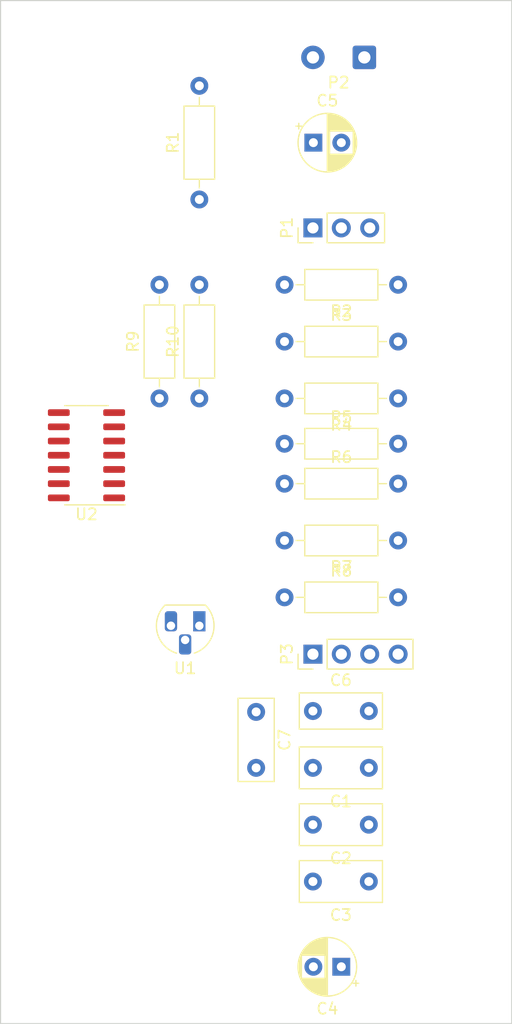
<source format=kicad_pcb>
(kicad_pcb (version 20221018) (generator pcbnew)
  (layers (0 "F.Cu" signal) (31 "B.Cu" signal) (34 "B.Paste" user) (35 "F.Paste" user) (36 "B.SilkS" user "B.Silkscreen") (37 "F.SilkS" user "F.Silkscreen") (38 "B.Mask" user) (39 "F.Mask" user) (44 "Edge.Cuts" user))
  (net 0 "")
  (net 1 "Net-(C1-Pad1)")
  (net 2 "Net-(U2A-+)")
  (net 3 "Net-(P1-Pin_1)")
  (net 4 "GND")
  (net 5 "Net-(U2A--)")
  (net 6 "Net-(P1-Pin_3)")
  (net 7 "Net-(P3-Pin_2)")
  (net 8 "Net-(P3-Pin_3)")
  (net 9 "Net-(U2C-+)")
  (net 10 "Net-(U2B-+)")
  (footprint "Package_TO_SOT_THT:TO-92L_HandSolder" (layer "F.Cu") (at 152.4 106.68 180)
    (fp_text reference "U1" (at 1.27 -3.8) (layer "F.SilkS"))
    (fp_text value "L78L05_TO92")
    (fp_line (start -0.53 1.85) (end 3.07 1.85) (stroke (width 0.12)) (layer "F.SilkS"))
    (fp_arc (start -0.541453 1.842156) (mid -1.247298 -0.581475) (end 0.45 -2.45) (stroke (width 0.12)) (layer "F.SilkS"))
    (fp_arc (start 2.05 -2.45) (mid 3.769931 -0.601036) (end 3.078445 1.827684) (stroke (width 0.12)) (layer "F.SilkS"))
    (pad "1" thru_hole rect (at 0 0 180) (size 1.1 1.8) (drill 0.75 (offset 0 0.4)) (layers "*.Cu" "*.Mask") (net 3 "Net-(P1-Pin_1)"))
    (pad "2" thru_hole roundrect (at 1.27 -1.27 180) (size 1.1 1.8) (drill 0.75 (offset 0 -0.4)) (layers "*.Cu" "*.Mask") (net 4 "GND"))
    (pad "3" thru_hole roundrect (at 2.54 0 180) (size 1.1 1.8) (drill 0.75 (offset 0 0.4)) (layers "*.Cu" "*.Mask") (net 3 "Net-(P1-Pin_1)"))
  )
  (footprint "Resistor_THT:R_Axial_DIN0207_L6.3mm_D2.5mm_P10.16mm_Horizontal" (layer "F.Cu") (at 152.4 86.36 90)
    (fp_text reference "R10" (at 5.08 -2.37 90) (layer "F.SilkS"))
    (fp_text value "2.4k 1/4W")
    (fp_line (start 1.04 0) (end 1.81 0) (stroke (width 0.12)) (layer "F.SilkS"))
    (fp_line (start 1.81 -1.37) (end 1.81 1.37) (stroke (width 0.12)) (layer "F.SilkS"))
    (fp_line (start 1.81 1.37) (end 8.35 1.37) (stroke (width 0.12)) (layer "F.SilkS"))
    (fp_line (start 8.35 -1.37) (end 1.81 -1.37) (stroke (width 0.12)) (layer "F.SilkS"))
    (fp_line (start 8.35 1.37) (end 8.35 -1.37) (stroke (width 0.12)) (layer "F.SilkS"))
    (fp_line (start 9.12 0) (end 8.35 0) (stroke (width 0.12)) (layer "F.SilkS"))
    (pad "1" thru_hole circle (at 0 0 90) (size 1.6 1.6) (drill 0.8) (layers "*.Cu" "*.Mask") (net 8 "Net-(P3-Pin_3)"))
    (pad "2" thru_hole oval (at 10.16 0 90) (size 1.6 1.6) (drill 0.8) (layers "*.Cu" "*.Mask") (net 3 "Net-(P1-Pin_1)"))
  )
  (footprint "Resistor_THT:R_Axial_DIN0207_L6.3mm_D2.5mm_P10.16mm_Horizontal" (layer "F.Cu") (at 160.02 90.41)
    (fp_text reference "R5" (at 5.08 -2.37) (layer "F.SilkS"))
    (fp_text value "82k 1/4W")
    (fp_line (start 1.04 0) (end 1.81 0) (stroke (width 0.12)) (layer "F.SilkS"))
    (fp_line (start 1.81 -1.37) (end 1.81 1.37) (stroke (width 0.12)) (layer "F.SilkS"))
    (fp_line (start 1.81 1.37) (end 8.35 1.37) (stroke (width 0.12)) (layer "F.SilkS"))
    (fp_line (start 8.35 -1.37) (end 1.81 -1.37) (stroke (width 0.12)) (layer "F.SilkS"))
    (fp_line (start 8.35 1.37) (end 8.35 -1.37) (stroke (width 0.12)) (layer "F.SilkS"))
    (fp_line (start 9.12 0) (end 8.35 0) (stroke (width 0.12)) (layer "F.SilkS"))
    (pad "1" thru_hole circle (at 0 0) (size 1.6 1.6) (drill 0.8) (layers "*.Cu" "*.Mask") (net 4 "GND"))
    (pad "2" thru_hole oval (at 10.16 0) (size 1.6 1.6) (drill 0.8) (layers "*.Cu" "*.Mask") (net 2 "Net-(U2A-+)"))
  )
  (footprint "Resistor_THT:R_Axial_DIN0207_L6.3mm_D2.5mm_P10.16mm_Horizontal" (layer "F.Cu") (at 170.18 86.36 180)
    (fp_text reference "R4" (at 5.08 -2.37) (layer "F.SilkS"))
    (fp_text value "82k 1/4W")
    (fp_line (start 1.04 0) (end 1.81 0) (stroke (width 0.12)) (layer "F.SilkS"))
    (fp_line (start 1.81 -1.37) (end 1.81 1.37) (stroke (width 0.12)) (layer "F.SilkS"))
    (fp_line (start 1.81 1.37) (end 8.35 1.37) (stroke (width 0.12)) (layer "F.SilkS"))
    (fp_line (start 8.35 -1.37) (end 1.81 -1.37) (stroke (width 0.12)) (layer "F.SilkS"))
    (fp_line (start 8.35 1.37) (end 8.35 -1.37) (stroke (width 0.12)) (layer "F.SilkS"))
    (fp_line (start 9.12 0) (end 8.35 0) (stroke (width 0.12)) (layer "F.SilkS"))
    (pad "1" thru_hole circle (at 0 0 180) (size 1.6 1.6) (drill 0.8) (layers "*.Cu" "*.Mask") (net 2 "Net-(U2A-+)"))
    (pad "2" thru_hole oval (at 10.16 0 180) (size 1.6 1.6) (drill 0.8) (layers "*.Cu" "*.Mask") (net 3 "Net-(P1-Pin_1)"))
  )
  (footprint "Connector_PinHeader_2.54mm:PinHeader_1x04_P2.54mm_Vertical" (layer "F.Cu") (at 162.56 109.22 90)
    (fp_text reference "P3" (at 0 -2.33 90) (layer "F.SilkS"))
    (fp_text value "Conn_01x04")
    (fp_line (start -1.33 -1.33) (end 0 -1.33) (stroke (width 0.12)) (layer "F.SilkS"))
    (fp_line (start -1.33 0) (end -1.33 -1.33) (stroke (width 0.12)) (layer "F.SilkS"))
    (fp_line (start -1.33 1.27) (end -1.33 8.95) (stroke (width 0.12)) (layer "F.SilkS"))
    (fp_line (start -1.33 1.27) (end 1.33 1.27) (stroke (width 0.12)) (layer "F.SilkS"))
    (fp_line (start -1.33 8.95) (end 1.33 8.95) (stroke (width 0.12)) (layer "F.SilkS"))
    (fp_line (start 1.33 1.27) (end 1.33 8.95) (stroke (width 0.12)) (layer "F.SilkS"))
    (pad "1" thru_hole rect (at 0 0 90) (size 1.7 1.7) (drill 1) (layers "*.Cu" "*.Mask") (net 3 "Net-(P1-Pin_1)"))
    (pad "2" thru_hole oval (at 0 2.54 90) (size 1.7 1.7) (drill 1) (layers "*.Cu" "*.Mask") (net 7 "Net-(P3-Pin_2)"))
    (pad "3" thru_hole oval (at 0 5.08 90) (size 1.7 1.7) (drill 1) (layers "*.Cu" "*.Mask") (net 8 "Net-(P3-Pin_3)"))
    (pad "4" thru_hole oval (at 0 7.62 90) (size 1.7 1.7) (drill 1) (layers "*.Cu" "*.Mask") (net 4 "GND"))
  )
  (footprint "Capacitor_THT:C_Rect_L7.2mm_W3.5mm_P5.00mm_FKS2_FKP2_MKS2_MKP2" (layer "F.Cu") (at 167.56 129.54 180)
    (fp_text reference "C3" (at 2.5 -3) (layer "F.SilkS"))
    (fp_text value "1uF 25V")
    (fp_line (start -1.22 -1.87) (end -1.22 1.87) (stroke (width 0.12)) (layer "F.SilkS"))
    (fp_line (start -1.22 -1.87) (end 6.22 -1.87) (stroke (width 0.12)) (layer "F.SilkS"))
    (fp_line (start -1.22 1.87) (end 6.22 1.87) (stroke (width 0.12)) (layer "F.SilkS"))
    (fp_line (start 6.22 -1.87) (end 6.22 1.87) (stroke (width 0.12)) (layer "F.SilkS"))
    (pad "1" thru_hole circle (at 0 0 180) (size 1.6 1.6) (drill 0.8) (layers "*.Cu" "*.Mask") (net 1 "Net-(C1-Pad1)"))
    (pad "2" thru_hole circle (at 5 0 180) (size 1.6 1.6) (drill 0.8) (layers "*.Cu" "*.Mask") (net 2 "Net-(U2A-+)"))
  )
  (footprint "Resistor_THT:R_Axial_DIN0207_L6.3mm_D2.5mm_P10.16mm_Horizontal" (layer "F.Cu") (at 148.83 86.36 90)
    (fp_text reference "R9" (at 5.08 -2.37 90) (layer "F.SilkS"))
    (fp_text value "2.4k 1/4W")
    (fp_line (start 1.04 0) (end 1.81 0) (stroke (width 0.12)) (layer "F.SilkS"))
    (fp_line (start 1.81 -1.37) (end 1.81 1.37) (stroke (width 0.12)) (layer "F.SilkS"))
    (fp_line (start 1.81 1.37) (end 8.35 1.37) (stroke (width 0.12)) (layer "F.SilkS"))
    (fp_line (start 8.35 -1.37) (end 1.81 -1.37) (stroke (width 0.12)) (layer "F.SilkS"))
    (fp_line (start 8.35 1.37) (end 8.35 -1.37) (stroke (width 0.12)) (layer "F.SilkS"))
    (fp_line (start 9.12 0) (end 8.35 0) (stroke (width 0.12)) (layer "F.SilkS"))
    (pad "1" thru_hole circle (at 0 0 90) (size 1.6 1.6) (drill 0.8) (layers "*.Cu" "*.Mask") (net 7 "Net-(P3-Pin_2)"))
    (pad "2" thru_hole oval (at 10.16 0 90) (size 1.6 1.6) (drill 0.8) (layers "*.Cu" "*.Mask") (net 3 "Net-(P1-Pin_1)"))
  )
  (footprint "Connector_Wire:SolderWire-0.5sqmm_1x02_P4.6mm_D0.9mm_OD2.1mm" (layer "F.Cu") (at 167.16 55.88 180)
    (fp_text reference "P2" (at 2.3 -2.25) (layer "F.SilkS"))
    (fp_text value "Conn_01x02")
    (pad "1" thru_hole roundrect (at 0 0 180) (size 2.1 2.1) (drill 1.1) (layers "*.Cu" "*.Mask") (roundrect_rratio 0.119048) (net 3 "Net-(P1-Pin_1)"))
    (pad "2" thru_hole circle (at 4.6 0 180) (size 2.1 2.1) (drill 1.1) (layers "*.Cu" "*.Mask") (net 4 "GND"))
  )
  (footprint "Capacitor_THT:C_Rect_L7.2mm_W3.0mm_P5.00mm_FKS2_FKP2_MKS2_MKP2" (layer "F.Cu") (at 162.56 114.3)
    (fp_text reference "C6" (at 2.5 -2.75) (layer "F.SilkS"))
    (fp_text value "0.1uF 25V")
    (fp_line (start -1.22 -1.62) (end -1.22 1.62) (stroke (width 0.12)) (layer "F.SilkS"))
    (fp_line (start -1.22 -1.62) (end 6.22 -1.62) (stroke (width 0.12)) (layer "F.SilkS"))
    (fp_line (start -1.22 1.62) (end 6.22 1.62) (stroke (width 0.12)) (layer "F.SilkS"))
    (fp_line (start 6.22 -1.62) (end 6.22 1.62) (stroke (width 0.12)) (layer "F.SilkS"))
    (pad "1" thru_hole circle (at 0 0) (size 1.6 1.6) (drill 0.8) (layers "*.Cu" "*.Mask") (net 3 "Net-(P1-Pin_1)"))
    (pad "2" thru_hole circle (at 5 0) (size 1.6 1.6) (drill 0.8) (layers "*.Cu" "*.Mask") (net 4 "GND"))
  )
  (footprint "Resistor_THT:R_Axial_DIN0207_L6.3mm_D2.5mm_P10.16mm_Horizontal" (layer "F.Cu") (at 152.4 68.58 90)
    (fp_text reference "R1" (at 5.08 -2.37 90) (layer "F.SilkS"))
    (fp_text value "9.1k 1/4W")
    (fp_line (start 1.04 0) (end 1.81 0) (stroke (width 0.12)) (layer "F.SilkS"))
    (fp_line (start 1.81 -1.37) (end 1.81 1.37) (stroke (width 0.12)) (layer "F.SilkS"))
    (fp_line (start 1.81 1.37) (end 8.35 1.37) (stroke (width 0.12)) (layer "F.SilkS"))
    (fp_line (start 8.35 -1.37) (end 1.81 -1.37) (stroke (width 0.12)) (layer "F.SilkS"))
    (fp_line (start 8.35 1.37) (end 8.35 -1.37) (stroke (width 0.12)) (layer "F.SilkS"))
    (fp_line (start 9.12 0) (end 8.35 0) (stroke (width 0.12)) (layer "F.SilkS"))
    (pad "1" thru_hole circle (at 0 0 90) (size 1.6 1.6) (drill 0.8) (layers "*.Cu" "*.Mask") (net 9 "Net-(U2C-+)"))
    (pad "2" thru_hole oval (at 10.16 0 90) (size 1.6 1.6) (drill 0.8) (layers "*.Cu" "*.Mask") (net 3 "Net-(P1-Pin_1)"))
  )
  (footprint "Capacitor_THT:CP_Radial_D5.0mm_P2.50mm" (layer "F.Cu") (at 162.6 63.5)
    (fp_text reference "C5" (at 1.25 -3.75) (layer "F.SilkS"))
    (fp_text value "47uF 16V")
    (fp_line (start -1.554775 -1.475) (end -1.054775 -1.475) (stroke (width 0.12)) (layer "F.SilkS"))
    (fp_line (start -1.304775 -1.725) (end -1.304775 -1.225) (stroke (width 0.12)) (layer "F.SilkS"))
    (fp_line (start 1.25 -2.58) (end 1.25 2.58) (stroke (width 0.12)) (layer "F.SilkS"))
    (fp_line (start 1.29 -2.58) (end 1.29 2.58) (stroke (width 0.12)) (layer "F.SilkS"))
    (fp_line (start 1.33 -2.579) (end 1.33 2.579) (stroke (width 0.12)) (layer "F.SilkS"))
    (fp_line (start 1.37 -2.578) (end 1.37 2.578) (stroke (width 0.12)) (layer "F.SilkS"))
    (fp_line (start 1.41 -2.576) (end 1.41 2.576) (stroke (width 0.12)) (layer "F.SilkS"))
    (fp_line (start 1.45 -2.573) (end 1.45 2.573) (stroke (width 0.12)) (layer "F.SilkS"))
    (fp_line (start 1.49 -2.569) (end 1.49 -1.04) (stroke (width 0.12)) (layer "F.SilkS"))
    (fp_line (start 1.49 1.04) (end 1.49 2.569) (stroke (width 0.12)) (layer "F.SilkS"))
    (fp_line (start 1.53 -2.565) (end 1.53 -1.04) (stroke (width 0.12)) (layer "F.SilkS"))
    (fp_line (start 1.53 1.04) (end 1.53 2.565) (stroke (width 0.12)) (layer "F.SilkS"))
    (fp_line (start 1.57 -2.561) (end 1.57 -1.04) (stroke (width 0.12)) (layer "F.SilkS"))
    (fp_line (start 1.57 1.04) (end 1.57 2.561) (stroke (width 0.12)) (layer "F.SilkS"))
    (fp_line (start 1.61 -2.556) (end 1.61 -1.04) (stroke (width 0.12)) (layer "F.SilkS"))
    (fp_line (start 1.61 1.04) (end 1.61 2.556) (stroke (width 0.12)) (layer "F.SilkS"))
    (fp_line (start 1.65 -2.55) (end 1.65 -1.04) (stroke (width 0.12)) (layer "F.SilkS"))
    (fp_line (start 1.65 1.04) (end 1.65 2.55) (stroke (width 0.12)) (layer "F.SilkS"))
    (fp_line (start 1.69 -2.543) (end 1.69 -1.04) (stroke (width 0.12)) (layer "F.SilkS"))
    (fp_line (start 1.69 1.04) (end 1.69 2.543) (stroke (width 0.12)) (layer "F.SilkS"))
    (fp_line (start 1.73 -2.536) (end 1.73 -1.04) (stroke (width 0.12)) (layer "F.SilkS"))
    (fp_line (start 1.73 1.04) (end 1.73 2.536) (stroke (width 0.12)) (layer "F.SilkS"))
    (fp_line (start 1.77 -2.528) (end 1.77 -1.04) (stroke (width 0.12)) (layer "F.SilkS"))
    (fp_line (start 1.77 1.04) (end 1.77 2.528) (stroke (width 0.12)) (layer "F.SilkS"))
    (fp_line (start 1.81 -2.52) (end 1.81 -1.04) (stroke (width 0.12)) (layer "F.SilkS"))
    (fp_line (start 1.81 1.04) (end 1.81 2.52) (stroke (width 0.12)) (layer "F.SilkS"))
    (fp_line (start 1.85 -2.511) (end 1.85 -1.04) (stroke (width 0.12)) (layer "F.SilkS"))
    (fp_line (start 1.85 1.04) (end 1.85 2.511) (stroke (width 0.12)) (layer "F.SilkS"))
    (fp_line (start 1.89 -2.501) (end 1.89 -1.04) (stroke (width 0.12)) (layer "F.SilkS"))
    (fp_line (start 1.89 1.04) (end 1.89 2.501) (stroke (width 0.12)) (layer "F.SilkS"))
    (fp_line (start 1.93 -2.491) (end 1.93 -1.04) (stroke (width 0.12)) (layer "F.SilkS"))
    (fp_line (start 1.93 1.04) (end 1.93 2.491) (stroke (width 0.12)) (layer "F.SilkS"))
    (fp_line (start 1.971 -2.48) (end 1.971 -1.04) (stroke (width 0.12)) (layer "F.SilkS"))
    (fp_line (start 1.971 1.04) (end 1.971 2.48) (stroke (width 0.12)) (layer "F.SilkS"))
    (fp_line (start 2.011 -2.468) (end 2.011 -1.04) (stroke (width 0.12)) (layer "F.SilkS"))
    (fp_line (start 2.011 1.04) (end 2.011 2.468) (stroke (width 0.12)) (layer "F.SilkS"))
    (fp_line (start 2.051 -2.455) (end 2.051 -1.04) (stroke (width 0.12)) (layer "F.SilkS"))
    (fp_line (start 2.051 1.04) (end 2.051 2.455) (stroke (width 0.12)) (layer "F.SilkS"))
    (fp_line (start 2.091 -2.442) (end 2.091 -1.04) (stroke (width 0.12)) (layer "F.SilkS"))
    (fp_line (start 2.091 1.04) (end 2.091 2.442) (stroke (width 0.12)) (layer "F.SilkS"))
    (fp_line (start 2.131 -2.428) (end 2.131 -1.04) (stroke (width 0.12)) (layer "F.SilkS"))
    (fp_line (start 2.131 1.04) (end 2.131 2.428) (stroke (width 0.12)) (layer "F.SilkS"))
    (fp_line (start 2.171 -2.414) (end 2.171 -1.04) (stroke (width 0.12)) (layer "F.SilkS"))
    (fp_line (start 2.171 1.04) (end 2.171 2.414) (stroke (width 0.12)) (layer "F.SilkS"))
    (fp_line (start 2.211 -2.398) (end 2.211 -1.04) (stroke (width 0.12)) (layer "F.SilkS"))
    (fp_line (start 2.211 1.04) (end 2.211 2.398) (stroke (width 0.12)) (layer "F.SilkS"))
    (fp_line (start 2.251 -2.382) (end 2.251 -1.04) (stroke (width 0.12)) (layer "F.SilkS"))
    (fp_line (start 2.251 1.04) (end 2.251 2.382) (stroke (width 0.12)) (layer "F.SilkS"))
    (fp_line (start 2.291 -2.365) (end 2.291 -1.04) (stroke (width 0.12)) (layer "F.SilkS"))
    (fp_line (start 2.291 1.04) (end 2.291 2.365) (stroke (width 0.12)) (layer "F.SilkS"))
    (fp_line (start 2.331 -2.348) (end 2.331 -1.04) (stroke (width 0.12)) (layer "F.SilkS"))
    (fp_line (start 2.331 1.04) (end 2.331 2.348) (stroke (width 0.12)) (layer "F.SilkS"))
    (fp_line (start 2.371 -2.329) (end 2.371 -1.04) (stroke (width 0.12)) (layer "F.SilkS"))
    (fp_line (start 2.371 1.04) (end 2.371 2.329) (stroke (width 0.12)) (layer "F.SilkS"))
    (fp_line (start 2.411 -2.31) (end 2.411 -1.04) (stroke (width 0.12)) (layer "F.SilkS"))
    (fp_line (start 2.411 1.04) (end 2.411 2.31) (stroke (width 0.12)) (layer "F.SilkS"))
    (fp_line (start 2.451 -2.29) (end 2.451 -1.04) (stroke (width 0.12)) (layer "F.SilkS"))
    (fp_line (start 2.451 1.04) (end 2.451 2.29) (stroke (width 0.12)) (layer "F.SilkS"))
    (fp_line (start 2.491 -2.268) (end 2.491 -1.04) (stroke (width 0.12)) (layer "F.SilkS"))
    (fp_line (start 2.491 1.04) (end 2.491 2.268) (stroke (width 0.12)) (layer "F.SilkS"))
    (fp_line (start 2.531 -2.247) (end 2.531 -1.04) (stroke (width 0.12)) (layer "F.SilkS"))
    (fp_line (start 2.531 1.04) (end 2.531 2.247) (stroke (width 0.12)) (layer "F.SilkS"))
    (fp_line (start 2.571 -2.224) (end 2.571 -1.04) (stroke (width 0.12)) (layer "F.SilkS"))
    (fp_line (start 2.571 1.04) (end 2.571 2.224) (stroke (width 0.12)) (layer "F.SilkS"))
    (fp_line (start 2.611 -2.2) (end 2.611 -1.04) (stroke (width 0.12)) (layer "F.SilkS"))
    (fp_line (start 2.611 1.04) (end 2.611 2.2) (stroke (width 0.12)) (layer "F.SilkS"))
    (fp_line (start 2.651 -2.175) (end 2.651 -1.04) (stroke (width 0.12)) (layer "F.SilkS"))
    (fp_line (start 2.651 1.04) (end 2.651 2.175) (stroke (width 0.12)) (layer "F.SilkS"))
    (fp_line (start 2.691 -2.149) (end 2.691 -1.04) (stroke (width 0.12)) (layer "F.SilkS"))
    (fp_line (start 2.691 1.04) (end 2.691 2.149) (stroke (width 0.12)) (layer "F.SilkS"))
    (fp_line (start 2.731 -2.122) (end 2.731 -1.04) (stroke (width 0.12)) (layer "F.SilkS"))
    (fp_line (start 2.731 1.04) (end 2.731 2.122) (stroke (width 0.12)) (layer "F.SilkS"))
    (fp_line (start 2.771 -2.095) (end 2.771 -1.04) (stroke (width 0.12)) (layer "F.SilkS"))
    (fp_line (start 2.771 1.04) (end 2.771 2.095) (stroke (width 0.12)) (layer "F.SilkS"))
    (fp_line (start 2.811 -2.065) (end 2.811 -1.04) (stroke (width 0.12)) (layer "F.SilkS"))
    (fp_line (start 2.811 1.04) (end 2.811 2.065) (stroke (width 0.12)) (layer "F.SilkS"))
    (fp_line (start 2.851 -2.035) (end 2.851 -1.04) (stroke (width 0.12)) (layer "F.SilkS"))
    (fp_line (start 2.851 1.04) (end 2.851 2.035) (stroke (width 0.12)) (layer "F.SilkS"))
    (fp_line (start 2.891 -2.004) (end 2.891 -1.04) (stroke (width 0.12)) (layer "F.SilkS"))
    (fp_line (start 2.891 1.04) (end 2.891 2.004) (stroke (width 0.12)) (layer "F.SilkS"))
    (fp_line (start 2.931 -1.971) (end 2.931 -1.04) (stroke (width 0.12)) (layer "F.SilkS"))
    (fp_line (start 2.931 1.04) (end 2.931 1.971) (stroke (width 0.12)) (layer "F.SilkS"))
    (fp_line (start 2.971 -1.937) (end 2.971 -1.04) (stroke (width 0.12)) (layer "F.SilkS"))
    (fp_line (start 2.971 1.04) (end 2.971 1.937) (stroke (width 0.12)) (layer "F.SilkS"))
    (fp_line (start 3.011 -1.901) (end 3.011 -1.04) (stroke (width 0.12)) (layer "F.SilkS"))
    (fp_line (start 3.011 1.04) (end 3.011 1.901) (stroke (width 0.12)) (layer "F.SilkS"))
    (fp_line (start 3.051 -1.864) (end 3.051 -1.04) (stroke (width 0.12)) (layer "F.SilkS"))
    (fp_line (start 3.051 1.04) (end 3.051 1.864) (stroke (width 0.12)) (layer "F.SilkS"))
    (fp_line (start 3.091 -1.826) (end 3.091 -1.04) (stroke (width 0.12)) (layer "F.SilkS"))
    (fp_line (start 3.091 1.04) (end 3.091 1.826) (stroke (width 0.12)) (layer "F.SilkS"))
    (fp_line (start 3.131 -1.785) (end 3.131 -1.04) (stroke (width 0.12)) (layer "F.SilkS"))
    (fp_line (start 3.131 1.04) (end 3.131 1.785) (stroke (width 0.12)) (layer "F.SilkS"))
    (fp_line (start 3.171 -1.743) (end 3.171 -1.04) (stroke (width 0.12)) (layer "F.SilkS"))
    (fp_line (start 3.171 1.04) (end 3.171 1.743) (stroke (width 0.12)) (layer "F.SilkS"))
    (fp_line (start 3.211 -1.699) (end 3.211 -1.04) (stroke (width 0.12)) (layer "F.SilkS"))
    (fp_line (start 3.211 1.04) (end 3.211 1.699) (stroke (width 0.12)) (layer "F.SilkS"))
    (fp_line (start 3.251 -1.653) (end 3.251 -1.04) (stroke (width 0.12)) (layer "F.SilkS"))
    (fp_line (start 3.251 1.04) (end 3.251 1.653) (stroke (width 0.12)) (layer "F.SilkS"))
    (fp_line (start 3.291 -1.605) (end 3.291 -1.04) (stroke (width 0.12)) (layer "F.SilkS"))
    (fp_line (start 3.291 1.04) (end 3.291 1.605) (stroke (width 0.12)) (layer "F.SilkS"))
    (fp_line (start 3.331 -1.554) (end 3.331 -1.04) (stroke (width 0.12)) (layer "F.SilkS"))
    (fp_line (start 3.331 1.04) (end 3.331 1.554) (stroke (width 0.12)) (layer "F.SilkS"))
    (fp_line (start 3.371 -1.5) (end 3.371 -1.04) (stroke (width 0.12)) (layer "F.SilkS"))
    (fp_line (start 3.371 1.04) (end 3.371 1.5) (stroke (width 0.12)) (layer "F.SilkS"))
    (fp_line (start 3.411 -1.443) (end 3.411 -1.04) (stroke (width 0.12)) (layer "F.SilkS"))
    (fp_line (start 3.411 1.04) (end 3.411 1.443) (stroke (width 0.12)) (layer "F.SilkS"))
    (fp_line (start 3.451 -1.383) (end 3.451 -1.04) (stroke (width 0.12)) (layer "F.SilkS"))
    (fp_line (start 3.451 1.04) (end 3.451 1.383) (stroke (width 0.12)) (layer "F.SilkS"))
    (fp_line (start 3.491 -1.319) (end 3.491 -1.04) (stroke (width 0.12)) (layer "F.SilkS"))
    (fp_line (start 3.491 1.04) (end 3.491 1.319) (stroke (width 0.12)) (layer "F.SilkS"))
    (fp_line (start 3.531 -1.251) (end 3.531 -1.04) (stroke (width 0.12)) (layer "F.SilkS"))
    (fp_line (start 3.531 1.04) (end 3.531 1.251) (stroke (width 0.12)) (layer "F.SilkS"))
    (fp_line (start 3.571 -1.178) (end 3.571 1.178) (stroke (width 0.12)) (layer "F.SilkS"))
    (fp_line (start 3.611 -1.098) (end 3.611 1.098) (stroke (width 0.12)) (layer "F.SilkS"))
    (fp_line (start 3.651 -1.011) (end 3.651 1.011) (stroke (width 0.12)) (layer "F.SilkS"))
    (fp_line (start 3.691 -0.915) (end 3.691 0.915) (stroke (width 0.12)) (layer "F.SilkS"))
    (fp_line (start 3.731 -0.805) (end 3.731 0.805) (stroke (width 0.12)) (layer "F.SilkS"))
    (fp_line (start 3.771 -0.677) (end 3.771 0.677) (stroke (width 0.12)) (layer "F.SilkS"))
    (fp_line (start 3.811 -0.518) (end 3.811 0.518) (stroke (width 0.12)) (layer "F.SilkS"))
    (fp_line (start 3.851 -0.284) (end 3.851 0.284) (stroke (width 0.12)) (layer "F.SilkS"))
    (fp_circle (center 1.25 0) (end 3.87 0) (stroke (width 0.12)) (fill none) (layer "F.SilkS"))
    (pad "1" thru_hole rect (at 0 0) (size 1.6 1.6) (drill 0.8) (layers "*.Cu" "*.Mask") (net 3 "Net-(P1-Pin_1)"))
    (pad "2" thru_hole circle (at 2.5 0) (size 1.6 1.6) (drill 0.8) (layers "*.Cu" "*.Mask") (net 4 "GND"))
  )
  (footprint "Capacitor_THT:C_Rect_L7.2mm_W3.5mm_P5.00mm_FKS2_FKP2_MKS2_MKP2" (layer "F.Cu") (at 167.56 119.38 180)
    (fp_text reference "C1" (at 2.5 -3) (layer "F.SilkS"))
    (fp_text value "1uF 25V")
    (fp_line (start -1.22 -1.87) (end -1.22 1.87) (stroke (width 0.12)) (layer "F.SilkS"))
    (fp_line (start -1.22 -1.87) (end 6.22 -1.87) (stroke (width 0.12)) (layer "F.SilkS"))
    (fp_line (start -1.22 1.87) (end 6.22 1.87) (stroke (width 0.12)) (layer "F.SilkS"))
    (fp_line (start 6.22 -1.87) (end 6.22 1.87) (stroke (width 0.12)) (layer "F.SilkS"))
    (pad "1" thru_hole circle (at 0 0 180) (size 1.6 1.6) (drill 0.8) (layers "*.Cu" "*.Mask") (net 1 "Net-(C1-Pad1)"))
    (pad "2" thru_hole circle (at 5 0 180) (size 1.6 1.6) (drill 0.8) (layers "*.Cu" "*.Mask") (net 2 "Net-(U2A-+)"))
  )
  (footprint "Capacitor_THT:C_Rect_L7.2mm_W3.0mm_P5.00mm_FKS2_FKP2_MKS2_MKP2" (layer "F.Cu") (at 157.48 114.38 -90)
    (fp_text reference "C7" (at 2.5 -2.54 90) (layer "F.SilkS"))
    (fp_text value "0.1uF 25V")
    (fp_line (start -1.22 -1.62) (end -1.22 1.62) (stroke (width 0.12)) (layer "F.SilkS"))
    (fp_line (start -1.22 -1.62) (end 6.22 -1.62) (stroke (width 0.12)) (layer "F.SilkS"))
    (fp_line (start -1.22 1.62) (end 6.22 1.62) (stroke (width 0.12)) (layer "F.SilkS"))
    (fp_line (start 6.22 -1.62) (end 6.22 1.62) (stroke (width 0.12)) (layer "F.SilkS"))
    (pad "1" thru_hole circle (at 0 0 270) (size 1.6 1.6) (drill 0.8) (layers "*.Cu" "*.Mask") (net 5 "Net-(U2A--)"))
    (pad "2" thru_hole circle (at 5 0 270) (size 1.6 1.6) (drill 0.8) (layers "*.Cu" "*.Mask") (net 4 "GND"))
  )
  (footprint "Resistor_THT:R_Axial_DIN0207_L6.3mm_D2.5mm_P10.16mm_Horizontal" (layer "F.Cu") (at 160.02 93.98)
    (fp_text reference "R6" (at 5.08 -2.37) (layer "F.SilkS"))
    (fp_text value "47k 1/4W")
    (fp_line (start 1.04 0) (end 1.81 0) (stroke (width 0.12)) (layer "F.SilkS"))
    (fp_line (start 1.81 -1.37) (end 1.81 1.37) (stroke (width 0.12)) (layer "F.SilkS"))
    (fp_line (start 1.81 1.37) (end 8.35 1.37) (stroke (width 0.12)) (layer "F.SilkS"))
    (fp_line (start 8.35 -1.37) (end 1.81 -1.37) (stroke (width 0.12)) (layer "F.SilkS"))
    (fp_line (start 8.35 1.37) (end 8.35 -1.37) (stroke (width 0.12)) (layer "F.SilkS"))
    (fp_line (start 9.12 0) (end 8.35 0) (stroke (width 0.12)) (layer "F.SilkS"))
    (pad "1" thru_hole circle (at 0 0) (size 1.6 1.6) (drill 0.8) (layers "*.Cu" "*.Mask") (net 5 "Net-(U2A--)"))
    (pad "2" thru_hole oval (at 10.16 0) (size 1.6 1.6) (drill 0.8) (layers "*.Cu" "*.Mask") (net 3 "Net-(P1-Pin_1)"))
  )
  (footprint "Package_SO:SOIC-14_3.9x8.7mm_P1.27mm" (layer "F.Cu") (at 142.305 91.44 180)
    (fp_text reference "U2" (at 0 -5.28) (layer "F.SilkS"))
    (fp_text value "LM339")
    (fp_line (start 0 -4.435) (end -3.45 -4.435) (stroke (width 0.12)) (layer "F.SilkS"))
    (fp_line (start 0 -4.435) (end 1.95 -4.435) (stroke (width 0.12)) (layer "F.SilkS"))
    (fp_line (start 0 4.435) (end -1.95 4.435) (stroke (width 0.12)) (layer "F.SilkS"))
    (fp_line (start 0 4.435) (end 1.95 4.435) (stroke (width 0.12)) (layer "F.SilkS"))
    (pad "1" smd roundrect (at -2.475 -3.81 180) (size 1.95 0.6) (layers "F.Cu" "F.Paste" "F.Mask") (net 8 "Net-(P3-Pin_3)"))
    (pad "2" smd roundrect (at -2.475 -2.54 180) (size 1.95 0.6) (layers "F.Cu" "F.Paste" "F.Mask") (net 7 "Net-(P3-Pin_2)"))
    (pad "3" smd roundrect (at -2.475 -1.27 180) (size 1.95 0.6) (layers "F.Cu" "F.Paste" "F.Mask") (net 3 "Net-(P1-Pin_1)"))
    (pad "4" smd roundrect (at -2.475 0 180) (size 1.95 0.6) (layers "F.Cu" "F.Paste" "F.Mask") (net 5 "Net-(U2A--)"))
    (pad "5" smd roundrect (at -2.475 1.27 180) (size 1.95 0.6) (layers "F.Cu" "F.Paste" "F.Mask") (net 2 "Net-(U2A-+)"))
    (pad "6" smd roundrect (at -2.475 2.54 180) (size 1.95 0.6) (layers "F.Cu" "F.Paste" "F.Mask") (net 2 "Net-(U2A-+)"))
    (pad "7" smd roundrect (at -2.475 3.81 180) (size 1.95 0.6) (layers "F.Cu" "F.Paste" "F.Mask") (net 10 "Net-(U2B-+)"))
    (pad "8" smd roundrect (at 2.475 3.81 180) (size 1.95 0.6) (layers "F.Cu" "F.Paste" "F.Mask") (net 9 "Net-(U2C-+)"))
    (pad "9" smd roundrect (at 2.475 2.54 180) (size 1.95 0.6) (layers "F.Cu" "F.Paste" "F.Mask") (net 6 "Net-(P1-Pin_3)"))
    (pad "10" smd roundrect (at 2.475 1.27 180) (size 1.95 0.6) (layers "F.Cu" "F.Paste" "F.Mask") (net 10 "Net-(U2B-+)"))
    (pad "11" smd roundrect (at 2.475 0 180) (size 1.95 0.6) (layers "F.Cu" "F.Paste" "F.Mask") (net 9 "Net-(U2C-+)"))
    (pad "12" smd roundrect (at 2.475 -1.27 180) (size 1.95 0.6) (layers "F.Cu" "F.Paste" "F.Mask") (net 4 "GND"))
    (pad "13" smd roundrect (at 2.475 -2.54 180) (size 1.95 0.6) (layers "F.Cu" "F.Paste" "F.Mask"))
    (pad "14" smd roundrect (at 2.475 -3.81 180) (size 1.95 0.6) (layers "F.Cu" "F.Paste" "F.Mask") (net 1 "Net-(C1-Pad1)"))
  )
  (footprint "Resistor_THT:R_Axial_DIN0207_L6.3mm_D2.5mm_P10.16mm_Horizontal" (layer "F.Cu") (at 160.02 104.14)
    (fp_text reference "R8" (at 5.08 -2.37) (layer "F.SilkS"))
    (fp_text value "47k 1/4W")
    (fp_line (start 1.04 0) (end 1.81 0) (stroke (width 0.12)) (layer "F.SilkS"))
    (fp_line (start 1.81 -1.37) (end 1.81 1.37) (stroke (width 0.12)) (layer "F.SilkS"))
    (fp_line (start 1.81 1.37) (end 8.35 1.37) (stroke (width 0.12)) (layer "F.SilkS"))
    (fp_line (start 8.35 -1.37) (end 1.81 -1.37) (stroke (width 0.12)) (layer "F.SilkS"))
    (fp_line (start 8.35 1.37) (end 8.35 -1.37) (stroke (width 0.12)) (layer "F.SilkS"))
    (fp_line (start 9.12 0) (end 8.35 0) (stroke (width 0.12)) (layer "F.SilkS"))
    (pad "1" thru_hole circle (at 0 0) (size 1.6 1.6) (drill 0.8) (layers "*.Cu" "*.Mask") (net 4 "GND"))
    (pad "2" thru_hole oval (at 10.16 0) (size 1.6 1.6) (drill 0.8) (layers "*.Cu" "*.Mask") (net 10 "Net-(U2B-+)"))
  )
  (footprint "Capacitor_THT:CP_Radial_D5.0mm_P2.50mm" (layer "F.Cu") (at 165.1 137.16 180)
    (fp_text reference "C4" (at 1.25 -3.75) (layer "F.SilkS"))
    (fp_text value "10uF 16V")
    (fp_line (start -1.554775 -1.475) (end -1.054775 -1.475) (stroke (width 0.12)) (layer "F.SilkS"))
    (fp_line (start -1.304775 -1.725) (end -1.304775 -1.225) (stroke (width 0.12)) (layer "F.SilkS"))
    (fp_line (start 1.25 -2.58) (end 1.25 2.58) (stroke (width 0.12)) (layer "F.SilkS"))
    (fp_line (start 1.29 -2.58) (end 1.29 2.58) (stroke (width 0.12)) (layer "F.SilkS"))
    (fp_line (start 1.33 -2.579) (end 1.33 2.579) (stroke (width 0.12)) (layer "F.SilkS"))
    (fp_line (start 1.37 -2.578) (end 1.37 2.578) (stroke (width 0.12)) (layer "F.SilkS"))
    (fp_line (start 1.41 -2.576) (end 1.41 2.576) (stroke (width 0.12)) (layer "F.SilkS"))
    (fp_line (start 1.45 -2.573) (end 1.45 2.573) (stroke (width 0.12)) (layer "F.SilkS"))
    (fp_line (start 1.49 -2.569) (end 1.49 -1.04) (stroke (width 0.12)) (layer "F.SilkS"))
    (fp_line (start 1.49 1.04) (end 1.49 2.569) (stroke (width 0.12)) (layer "F.SilkS"))
    (fp_line (start 1.53 -2.565) (end 1.53 -1.04) (stroke (width 0.12)) (layer "F.SilkS"))
    (fp_line (start 1.53 1.04) (end 1.53 2.565) (stroke (width 0.12)) (layer "F.SilkS"))
    (fp_line (start 1.57 -2.561) (end 1.57 -1.04) (stroke (width 0.12)) (layer "F.SilkS"))
    (fp_line (start 1.57 1.04) (end 1.57 2.561) (stroke (width 0.12)) (layer "F.SilkS"))
    (fp_line (start 1.61 -2.556) (end 1.61 -1.04) (stroke (width 0.12)) (layer "F.SilkS"))
    (fp_line (start 1.61 1.04) (end 1.61 2.556) (stroke (width 0.12)) (layer "F.SilkS"))
    (fp_line (start 1.65 -2.55) (end 1.65 -1.04) (stroke (width 0.12)) (layer "F.SilkS"))
    (fp_line (start 1.65 1.04) (end 1.65 2.55) (stroke (width 0.12)) (layer "F.SilkS"))
    (fp_line (start 1.69 -2.543) (end 1.69 -1.04) (stroke (width 0.12)) (layer "F.SilkS"))
    (fp_line (start 1.69 1.04) (end 1.69 2.543) (stroke (width 0.12)) (layer "F.SilkS"))
    (fp_line (start 1.73 -2.536) (end 1.73 -1.04) (stroke (width 0.12)) (layer "F.SilkS"))
    (fp_line (start 1.73 1.04) (end 1.73 2.536) (stroke (width 0.12)) (layer "F.SilkS"))
    (fp_line (start 1.77 -2.528) (end 1.77 -1.04) (stroke (width 0.12)) (layer "F.SilkS"))
    (fp_line (start 1.77 1.04) (end 1.77 2.528) (stroke (width 0.12)) (layer "F.SilkS"))
    (fp_line (start 1.81 -2.52) (end 1.81 -1.04) (stroke (width 0.12)) (layer "F.SilkS"))
    (fp_line (start 1.81 1.04) (end 1.81 2.52) (stroke (width 0.12)) (layer "F.SilkS"))
    (fp_line (start 1.85 -2.511) (end 1.85 -1.04) (stroke (width 0.12)) (layer "F.SilkS"))
    (fp_line (start 1.85 1.04) (end 1.85 2.511) (stroke (width 0.12)) (layer "F.SilkS"))
    (fp_line (start 1.89 -2.501) (end 1.89 -1.04) (stroke (width 0.12)) (layer "F.SilkS"))
    (fp_line (start 1.89 1.04) (end 1.89 2.501) (stroke (width 0.12)) (layer "F.SilkS"))
    (fp_line (start 1.93 -2.491) (end 1.93 -1.04) (stroke (width 0.12)) (layer "F.SilkS"))
    (fp_line (start 1.93 1.04) (end 1.93 2.491) (stroke (width 0.12)) (layer "F.SilkS"))
    (fp_line (start 1.971 -2.48) (end 1.971 -1.04) (stroke (width 0.12)) (layer "F.SilkS"))
    (fp_line (start 1.971 1.04) (end 1.971 2.48) (stroke (width 0.12)) (layer "F.SilkS"))
    (fp_line (start 2.011 -2.468) (end 2.011 -1.04) (stroke (width 0.12)) (layer "F.SilkS"))
    (fp_line (start 2.011 1.04) (end 2.011 2.468) (stroke (width 0.12)) (layer "F.SilkS"))
    (fp_line (start 2.051 -2.455) (end 2.051 -1.04) (stroke (width 0.12)) (layer "F.SilkS"))
    (fp_line (start 2.051 1.04) (end 2.051 2.455) (stroke (width 0.12)) (layer "F.SilkS"))
    (fp_line (start 2.091 -2.442) (end 2.091 -1.04) (stroke (width 0.12)) (layer "F.SilkS"))
    (fp_line (start 2.091 1.04) (end 2.091 2.442) (stroke (width 0.12)) (layer "F.SilkS"))
    (fp_line (start 2.131 -2.428) (end 2.131 -1.04) (stroke (width 0.12)) (layer "F.SilkS"))
    (fp_line (start 2.131 1.04) (end 2.131 2.428) (stroke (width 0.12)) (layer "F.SilkS"))
    (fp_line (start 2.171 -2.414) (end 2.171 -1.04) (stroke (width 0.12)) (layer "F.SilkS"))
    (fp_line (start 2.171 1.04) (end 2.171 2.414) (stroke (width 0.12)) (layer "F.SilkS"))
    (fp_line (start 2.211 -2.398) (end 2.211 -1.04) (stroke (width 0.12)) (layer "F.SilkS"))
    (fp_line (start 2.211 1.04) (end 2.211 2.398) (stroke (width 0.12)) (layer "F.SilkS"))
    (fp_line (start 2.251 -2.382) (end 2.251 -1.04) (stroke (width 0.12)) (layer "F.SilkS"))
    (fp_line (start 2.251 1.04) (end 2.251 2.382) (stroke (width 0.12)) (layer "F.SilkS"))
    (fp_line (start 2.291 -2.365) (end 2.291 -1.04) (stroke (width 0.12)) (layer "F.SilkS"))
    (fp_line (start 2.291 1.04) (end 2.291 2.365) (stroke (width 0.12)) (layer "F.SilkS"))
    (fp_line (start 2.331 -2.348) (end 2.331 -1.04) (stroke (width 0.12)) (layer "F.SilkS"))
    (fp_line (start 2.331 1.04) (end 2.331 2.348) (stroke (width 0.12)) (layer "F.SilkS"))
    (fp_line (start 2.371 -2.329) (end 2.371 -1.04) (stroke (width 0.12)) (layer "F.SilkS"))
    (fp_line (start 2.371 1.04) (end 2.371 2.329) (stroke (width 0.12)) (layer "F.SilkS"))
    (fp_line (start 2.411 -2.31) (end 2.411 -1.04) (stroke (width 0.12)) (layer "F.SilkS"))
    (fp_line (start 2.411 1.04) (end 2.411 2.31) (stroke (width 0.12)) (layer "F.SilkS"))
    (fp_line (start 2.451 -2.29) (end 2.451 -1.04) (stroke (width 0.12)) (layer "F.SilkS"))
    (fp_line (start 2.451 1.04) (end 2.451 2.29) (stroke (width 0.12)) (layer "F.SilkS"))
    (fp_line (start 2.491 -2.268) (end 2.491 -1.04) (stroke (width 0.12)) (layer "F.SilkS"))
    (fp_line (start 2.491 1.04) (end 2.491 2.268) (stroke (width 0.12)) (layer "F.SilkS"))
    (fp_line (start 2.531 -2.247) (end 2.531 -1.04) (stroke (width 0.12)) (layer "F.SilkS"))
    (fp_line (start 2.531 1.04) (end 2.531 2.247) (stroke (width 0.12)) (layer "F.SilkS"))
    (fp_line (start 2.571 -2.224) (end 2.571 -1.04) (stroke (width 0.12)) (layer "F.SilkS"))
    (fp_line (start 2.571 1.04) (end 2.571 2.224) (stroke (width 0.12)) (layer "F.SilkS"))
    (fp_line (start 2.611 -2.2) (end 2.611 -1.04) (stroke (width 0.12)) (layer "F.SilkS"))
    (fp_line (start 2.611 1.04) (end 2.611 2.2) (stroke (width 0.12)) (layer "F.SilkS"))
    (fp_line (start 2.651 -2.175) (end 2.651 -1.04) (stroke (width 0.12)) (layer "F.SilkS"))
    (fp_line (start 2.651 1.04) (end 2.651 2.175) (stroke (width 0.12)) (layer "F.SilkS"))
    (fp_line (start 2.691 -2.149) (end 2.691 -1.04) (stroke (width 0.12)) (layer "F.SilkS"))
    (fp_line (start 2.691 1.04) (end 2.691 2.149) (stroke (width 0.12)) (layer "F.SilkS"))
    (fp_line (start 2.731 -2.122) (end 2.731 -1.04) (stroke (width 0.12)) (layer "F.SilkS"))
    (fp_line (start 2.731 1.04) (end 2.731 2.122) (stroke (width 0.12)) (layer "F.SilkS"))
    (fp_line (start 2.771 -2.095) (end 2.771 -1.04) (stroke (width 0.12)) (layer "F.SilkS"))
    (fp_line (start 2.771 1.04) (end 2.771 2.095) (stroke (width 0.12)) (layer "F.SilkS"))
    (fp_line (start 2.811 -2.065) (end 2.811 -1.04) (stroke (width 0.12)) (layer "F.SilkS"))
    (fp_line (start 2.811 1.04) (end 2.811 2.065) (stroke (width 0.12)) (layer "F.SilkS"))
    (fp_line (start 2.851 -2.035) (end 2.851 -1.04) (stroke (width 0.12)) (layer "F.SilkS"))
    (fp_line (start 2.851 1.04) (end 2.851 2.035) (stroke (width 0.12)) (layer "F.SilkS"))
    (fp_line (start 2.891 -2.004) (end 2.891 -1.04) (stroke (width 0.12)) (layer "F.SilkS"))
    (fp_line (start 2.891 1.04) (end 2.891 2.004) (stroke (width 0.12)) (layer "F.SilkS"))
    (fp_line (start 2.931 -1.971) (end 2.931 -1.04) (stroke (width 0.12)) (layer "F.SilkS"))
    (fp_line (start 2.931 1.04) (end 2.931 1.971) (stroke (width 0.12)) (layer "F.SilkS"))
    (fp_line (start 2.971 -1.937) (end 2.971 -1.04) (stroke (width 0.12)) (layer "F.SilkS"))
    (fp_line (start 2.971 1.04) (end 2.971 1.937) (stroke (width 0.12)) (layer "F.SilkS"))
    (fp_line (start 3.011 -1.901) (end 3.011 -1.04) (stroke (width 0.12)) (layer "F.SilkS"))
    (fp_line (start 3.011 1.04) (end 3.011 1.901) (stroke (width 0.12)) (layer "F.SilkS"))
    (fp_line (start 3.051 -1.864) (end 3.051 -1.04) (stroke (width 0.12)) (layer "F.SilkS"))
    (fp_line (start 3.051 1.04) (end 3.051 1.864) (stroke (width 0.12)) (layer "F.SilkS"))
    (fp_line (start 3.091 -1.826) (end 3.091 -1.04) (stroke (width 0.12)) (layer "F.SilkS"))
    (fp_line (start 3.091 1.04) (end 3.091 1.826) (stroke (width 0.12)) (layer "F.SilkS"))
    (fp_line (start 3.131 -1.785) (end 3.131 -1.04) (stroke (width 0.12)) (layer "F.SilkS"))
    (fp_line (start 3.131 1.04) (end 3.131 1.785) (stroke (width 0.12)) (layer "F.SilkS"))
    (fp_line (start 3.171 -1.743) (end 3.171 -1.04) (stroke (width 0.12)) (layer "F.SilkS"))
    (fp_line (start 3.171 1.04) (end 3.171 1.743) (stroke (width 0.12)) (layer "F.SilkS"))
    (fp_line (start 3.211 -1.699) (end 3.211 -1.04) (stroke (width 0.12)) (layer "F.SilkS"))
    (fp_line (start 3.211 1.04) (end 3.211 1.699) (stroke (width 0.12)) (layer "F.SilkS"))
    (fp_line (start 3.251 -1.653) (end 3.251 -1.04) (stroke (width 0.12)) (layer "F.SilkS"))
    (fp_line (start 3.251 1.04) (end 3.251 1.653) (stroke (width 0.12)) (layer "F.SilkS"))
    (fp_line (start 3.291 -1.605) (end 3.291 -1.04) (stroke (width 0.12)) (layer "F.SilkS"))
    (fp_line (start 3.291 1.04) (end 3.291 1.605) (stroke (width 0.12)) (layer "F.SilkS"))
    (fp_line (start 3.331 -1.554) (end 3.331 -1.04) (stroke (width 0.12)) (layer "F.SilkS"))
    (fp_line (start 3.331 1.04) (end 3.331 1.554) (stroke (width 0.12)) (layer "F.SilkS"))
    (fp_line (start 3.371 -1.5) (end 3.371 -1.04) (stroke (width 0.12)) (layer "F.SilkS"))
    (fp_line (start 3.371 1.04) (end 3.371 1.5) (stroke (width 0.12)) (layer "F.SilkS"))
    (fp_line (start 3.411 -1.443) (end 3.411 -1.04) (stroke (width 0.12)) (layer "F.SilkS"))
    (fp_line (start 3.411 1.04) (end 3.411 1.443) (stroke (width 0.12)) (layer "F.SilkS"))
    (fp_line (start 3.451 -1.383) (end 3.451 -1.04) (stroke (width 0.12)) (layer "F.SilkS"))
    (fp_line (start 3.451 1.04) (end 3.451 1.383) (stroke (width 0.12)) (layer "F.SilkS"))
    (fp_line (start 3.491 -1.319) (end 3.491 -1.04) (stroke (width 0.12)) (layer "F.SilkS"))
    (fp_line (start 3.491 1.04) (end 3.491 1.319) (stroke (width 0.12)) (layer "F.SilkS"))
    (fp_line (start 3.531 -1.251) (end 3.531 -1.04) (stroke (width 0.12)) (layer "F.SilkS"))
    (fp_line (start 3.531 1.04) (end 3.531 1.251) (stroke (width 0.12)) (layer "F.SilkS"))
    (fp_line (start 3.571 -1.178) (end 3.571 1.178) (stroke (width 0.12)) (layer "F.SilkS"))
    (fp_line (start 3.611 -1.098) (end 3.611 1.098) (stroke (width 0.12)) (layer "F.SilkS"))
    (fp_line (start 3.651 -1.011) (end 3.651 1.011) (stroke (width 0.12)) (layer "F.SilkS"))
    (fp_line (start 3.691 -0.915) (end 3.691 0.915) (stroke (width 0.12)) (layer "F.SilkS"))
    (fp_line (start 3.731 -0.805) (end 3.731 0.805) (stroke (width 0.12)) (layer "F.SilkS"))
    (fp_line (start 3.771 -0.677) (end 3.771 0.677) (stroke (width 0.12)) (layer "F.SilkS"))
    (fp_line (start 3.811 -0.518) (end 3.811 0.518) (stroke (width 0.12)) (layer "F.SilkS"))
    (fp_line (start 3.851 -0.284) (end 3.851 0.284) (stroke (width 0.12)) (layer "F.SilkS"))
    (fp_circle (center 1.25 0) (end 3.87 0) (stroke (width 0.12)) (fill none) (layer "F.SilkS"))
    (pad "1" thru_hole rect (at 0 0 180) (size 1.6 1.6) (drill 0.8) (layers "*.Cu" "*.Mask") (net 3 "Net-(P1-Pin_1)"))
    (pad "2" thru_hole circle (at 2.5 0 180) (size 1.6 1.6) (drill 0.8) (layers "*.Cu" "*.Mask") (net 4 "GND"))
  )
  (footprint "Resistor_THT:R_Axial_DIN0207_L6.3mm_D2.5mm_P10.16mm_Horizontal" (layer "F.Cu") (at 160.02 81.28)
    (fp_text reference "R3" (at 5.08 -2.37) (layer "F.SilkS"))
    (fp_text value "4.7k 1/4W")
    (fp_line (start 1.04 0) (end 1.81 0) (stroke (width 0.12)) (layer "F.SilkS"))
    (fp_line (start 1.81 -1.37) (end 1.81 1.37) (stroke (width 0.12)) (layer "F.SilkS"))
    (fp_line (start 1.81 1.37) (end 8.35 1.37) (stroke (width 0.12)) (layer "F.SilkS"))
    (fp_line (start 8.35 -1.37) (end 1.81 -1.37) (stroke (width 0.12)) (layer "F.SilkS"))
    (fp_line (start 8.35 1.37) (end 8.35 -1.37) (stroke (width 0.12)) (layer "F.SilkS"))
    (fp_line (start 9.12 0) (end 8.35 0) (stroke (width 0.12)) (layer "F.SilkS"))
    (pad "1" thru_hole circle (at 0 0) (size 1.6 1.6) (drill 0.8) (layers "*.Cu" "*.Mask") (net 1 "Net-(C1-Pad1)"))
    (pad "2" thru_hole oval (at 10.16 0) (size 1.6 1.6) (drill 0.8) (layers "*.Cu" "*.Mask") (net 3 "Net-(P1-Pin_1)"))
  )
  (footprint "Capacitor_THT:C_Rect_L7.2mm_W3.5mm_P5.00mm_FKS2_FKP2_MKS2_MKP2" (layer "F.Cu") (at 167.56 124.46 180)
    (fp_text reference "C2" (at 2.5 -3) (layer "F.SilkS"))
    (fp_text value "1uF 25V")
    (fp_line (start -1.22 -1.87) (end -1.22 1.87) (stroke (width 0.12)) (layer "F.SilkS"))
    (fp_line (start -1.22 -1.87) (end 6.22 -1.87) (stroke (width 0.12)) (layer "F.SilkS"))
    (fp_line (start -1.22 1.87) (end 6.22 1.87) (stroke (width 0.12)) (layer "F.SilkS"))
    (fp_line (start 6.22 -1.87) (end 6.22 1.87) (stroke (width 0.12)) (layer "F.SilkS"))
    (pad "1" thru_hole circle (at 0 0 180) (size 1.6 1.6) (drill 0.8) (layers "*.Cu" "*.Mask") (net 1 "Net-(C1-Pad1)"))
    (pad "2" thru_hole circle (at 5 0 180) (size 1.6 1.6) (drill 0.8) (layers "*.Cu" "*.Mask") (net 2 "Net-(U2A-+)"))
  )
  (footprint "Connector_PinHeader_2.54mm:PinHeader_1x03_P2.54mm_Vertical" (layer "F.Cu") (at 162.56 71.12 90)
    (fp_text reference "P1" (at 0 -2.33 90) (layer "F.SilkS"))
    (fp_text value "Conn_01x03")
    (fp_line (start -1.33 -1.33) (end 0 -1.33) (stroke (width 0.12)) (layer "F.SilkS"))
    (fp_line (start -1.33 0) (end -1.33 -1.33) (stroke (width 0.12)) (layer "F.SilkS"))
    (fp_line (start -1.33 1.27) (end -1.33 6.41) (stroke (width 0.12)) (layer "F.SilkS"))
    (fp_line (start -1.33 1.27) (end 1.33 1.27) (stroke (width 0.12)) (layer "F.SilkS"))
    (fp_line (start -1.33 6.41) (end 1.33 6.41) (stroke (width 0.12)) (layer "F.SilkS"))
    (fp_line (start 1.33 1.27) (end 1.33 6.41) (stroke (width 0.12)) (layer "F.SilkS"))
    (pad "1" thru_hole rect (at 0 0 90) (size 1.7 1.7) (drill 1) (layers "*.Cu" "*.Mask") (net 3 "Net-(P1-Pin_1)"))
    (pad "2" thru_hole oval (at 0 2.54 90) (size 1.7 1.7) (drill 1) (layers "*.Cu" "*.Mask") (net 4 "GND"))
    (pad "3" thru_hole oval (at 0 5.08 90) (size 1.7 1.7) (drill 1) (layers "*.Cu" "*.Mask") (net 6 "Net-(P1-Pin_3)"))
  )
  (footprint "Resistor_THT:R_Axial_DIN0207_L6.3mm_D2.5mm_P10.16mm_Horizontal" (layer "F.Cu") (at 170.18 76.2 180)
    (fp_text reference "R2" (at 5.08 -2.37) (layer "F.SilkS"))
    (fp_text value "10k 1/4W")
    (fp_line (start 1.04 0) (end 1.81 0) (stroke (width 0.12)) (layer "F.SilkS"))
    (fp_line (start 1.81 -1.37) (end 1.81 1.37) (stroke (width 0.12)) (layer "F.SilkS"))
    (fp_line (start 1.81 1.37) (end 8.35 1.37) (stroke (width 0.12)) (layer "F.SilkS"))
    (fp_line (start 8.35 -1.37) (end 1.81 -1.37) (stroke (width 0.12)) (layer "F.SilkS"))
    (fp_line (start 8.35 1.37) (end 8.35 -1.37) (stroke (width 0.12)) (layer "F.SilkS"))
    (fp_line (start 9.12 0) (end 8.35 0) (stroke (width 0.12)) (layer "F.SilkS"))
    (pad "1" thru_hole circle (at 0 0 180) (size 1.6 1.6) (drill 0.8) (layers "*.Cu" "*.Mask") (net 4 "GND"))
    (pad "2" thru_hole oval (at 10.16 0 180) (size 1.6 1.6) (drill 0.8) (layers "*.Cu" "*.Mask") (net 9 "Net-(U2C-+)"))
  )
  (footprint "Resistor_THT:R_Axial_DIN0207_L6.3mm_D2.5mm_P10.16mm_Horizontal" (layer "F.Cu") (at 170.18 99.06 180)
    (fp_text reference "R7" (at 5.08 -2.37) (layer "F.SilkS"))
    (fp_text value "4.7k 1/4W")
    (fp_line (start 1.04 0) (end 1.81 0) (stroke (width 0.12)) (layer "F.SilkS"))
    (fp_line (start 1.81 -1.37) (end 1.81 1.37) (stroke (width 0.12)) (layer "F.SilkS"))
    (fp_line (start 1.81 1.37) (end 8.35 1.37) (stroke (width 0.12)) (layer "F.SilkS"))
    (fp_line (start 8.35 -1.37) (end 1.81 -1.37) (stroke (width 0.12)) (layer "F.SilkS"))
    (fp_line (start 8.35 1.37) (end 8.35 -1.37) (stroke (width 0.12)) (layer "F.SilkS"))
    (fp_line (start 9.12 0) (end 8.35 0) (stroke (width 0.12)) (layer "F.SilkS"))
    (pad "1" thru_hole circle (at 0 0 180) (size 1.6 1.6) (drill 0.8) (layers "*.Cu" "*.Mask") (net 10 "Net-(U2B-+)"))
    (pad "2" thru_hole oval (at 10.16 0 180) (size 1.6 1.6) (drill 0.8) (layers "*.Cu" "*.Mask") (net 5 "Net-(U2A--)"))
  )
  (gr_rect (start 134.62 142.24) (end 180.34 50.8) (stroke (width 0.1)) (fill none) (layer "Edge.Cuts"))
)
</source>
